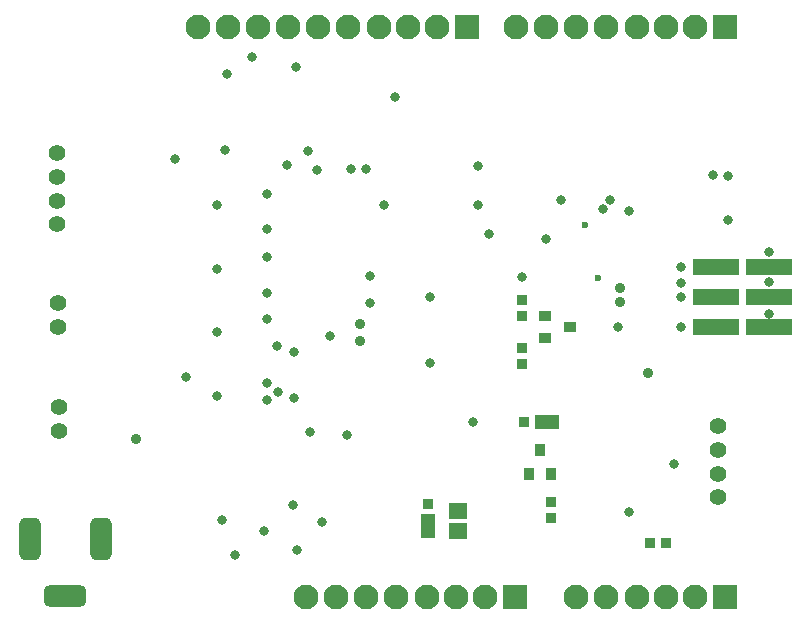
<source format=gbs>
%FSTAX24Y24*%
%MOIN*%
%SFA1B1*%

%IPPOS*%
%AMD107*
4,1,8,-0.016700,-0.070800,0.016700,-0.070800,0.035400,-0.052100,0.035400,0.052100,0.016700,0.070800,-0.016700,0.070800,-0.035400,0.052100,-0.035400,-0.052100,-0.016700,-0.070800,0.0*
1,1,0.037400,-0.016700,-0.052100*
1,1,0.037400,0.016700,-0.052100*
1,1,0.037400,0.016700,0.052100*
1,1,0.037400,-0.016700,0.052100*
%
%AMD108*
4,1,8,0.070800,-0.016700,0.070800,0.016700,0.052100,0.035400,-0.052100,0.035400,-0.070800,0.016700,-0.070800,-0.016700,-0.052100,-0.035400,0.052100,-0.035400,0.070800,-0.016700,0.0*
1,1,0.037400,0.052100,-0.016700*
1,1,0.037400,0.052100,0.016700*
1,1,0.037400,-0.052100,0.016700*
1,1,0.037400,-0.052100,-0.016700*
%
%ADD44C,0.031500*%
%ADD82R,0.035400X0.033500*%
%ADD84R,0.033500X0.035400*%
%ADD85R,0.047200X0.082700*%
%ADD86R,0.035400X0.035400*%
%ADD88R,0.035400X0.035400*%
%ADD89R,0.082700X0.047200*%
%ADD94R,0.153900X0.053900*%
%ADD104C,0.055100*%
%ADD105R,0.082700X0.082700*%
%ADD106C,0.082700*%
G04~CAMADD=107~8~0.0~0.0~709.0~1417.0~187.0~0.0~15~0.0~0.0~0.0~0.0~0~0.0~0.0~0.0~0.0~0~0.0~0.0~0.0~180.0~708.0~1416.0*
%ADD107D107*%
G04~CAMADD=108~8~0.0~0.0~709.0~1417.0~187.0~0.0~15~0.0~0.0~0.0~0.0~0~0.0~0.0~0.0~0.0~0~0.0~0.0~0.0~270.0~1416.0~708.0*
%ADD108D108*%
%ADD109C,0.035400*%
%ADD110C,0.023600*%
%ADD111R,0.063000X0.055100*%
%ADD112R,0.043900X0.033900*%
%ADD113R,0.033900X0.043900*%
%LNvapeixshield-1*%
%LPD*%
G54D44*
X02356Y011517D03*
X018248Y011719D03*
X019059Y012976D03*
X016626Y006894D03*
X006691Y015637D03*
X008101Y014121D03*
Y011995D03*
Y009864D03*
Y007739D03*
X00975Y014494D03*
Y013313D03*
Y012368D03*
Y011187D03*
Y010321D03*
Y008195D03*
Y007604D03*
X009651Y003244D03*
X010665Y009205D03*
X008272Y003609D03*
X010613Y004096D03*
X012431Y00643D03*
X026491Y010492D03*
X01519Y011047D03*
Y008836D03*
X011864Y009733D03*
X021817Y003893D03*
X008678Y002433D03*
X011192Y006529D03*
X010665Y007664D03*
X011585Y003558D03*
X011111Y015896D03*
X008435Y018491D03*
X013666Y014112D03*
X008354Y015937D03*
X010746Y002616D03*
X013194Y011736D03*
Y010835D03*
X012571Y015328D03*
X014031Y017721D03*
X023317Y005474D03*
X009246Y019059D03*
X010728Y018697D03*
X011435Y015288D03*
X010422Y01545D03*
X013065Y015328D03*
X010138Y007867D03*
X007056Y008394D03*
X023572Y012055D03*
X023567Y011055D03*
X026491Y011562D03*
X026485Y01256D03*
X010097Y009408D03*
X017153Y013139D03*
X016788Y014112D03*
X020951Y01399D03*
X021208Y014284D03*
X019546Y014274D03*
X024615Y015126D03*
X025142Y015085D03*
Y013625D03*
X016788Y015409D03*
X021452Y010057D03*
X02356D03*
X021817Y013909D03*
G54D82*
X018248Y010931D03*
Y010399D03*
Y009349D03*
Y008818D03*
X019238Y003671D03*
Y004203D03*
G54D84*
X022524Y002839D03*
X023056D03*
G54D85*
X015126Y003406D03*
G54D86*
X015126Y004154D03*
G54D88*
X018336Y006883D03*
G54D89*
X019084Y006883D03*
G54D94*
X026486Y012055D03*
Y011055D03*
Y010055D03*
X024736Y012055D03*
Y011055D03*
Y010055D03*
G54D104*
X002768Y014256D03*
Y013469D03*
Y015043D03*
Y015831D03*
X002809Y006585D03*
Y007372D03*
X002799Y010054D03*
Y010841D03*
X024777Y004371D03*
Y005158D03*
Y006733D03*
Y005946D03*
G54D105*
X025036Y001055D03*
X018036D03*
X025036Y020055D03*
X016436D03*
G54D106*
X024036Y001055D03*
X023068D03*
X022083D03*
X021068D03*
X020068D03*
X013068D03*
X014068D03*
X015083D03*
X016068D03*
X017036D03*
X012068D03*
X011068D03*
X020068Y020055D03*
X021068D03*
X022083D03*
X023068D03*
X024036D03*
X019068D03*
X018068D03*
X007468D03*
X008468D03*
X009468D03*
X010468D03*
X015436D03*
X014468D03*
X013483D03*
X012468D03*
X011468D03*
G54D107*
X004219Y002972D03*
X001857D03*
G54D108*
X003038Y001083D03*
G54D109*
X021533Y01134D03*
Y010868D03*
X005393Y006326D03*
X022465Y008516D03*
X012855Y00957D03*
Y010161D03*
G54D110*
X020803Y011679D03*
X020372Y013441D03*
G54D111*
X016139Y003903D03*
Y003234D03*
G54D112*
X01904Y009675D03*
Y010423D03*
X019867Y010049D03*
G54D113*
X019242Y005132D03*
X018494D03*
X018868Y005959D03*
M02*
</source>
